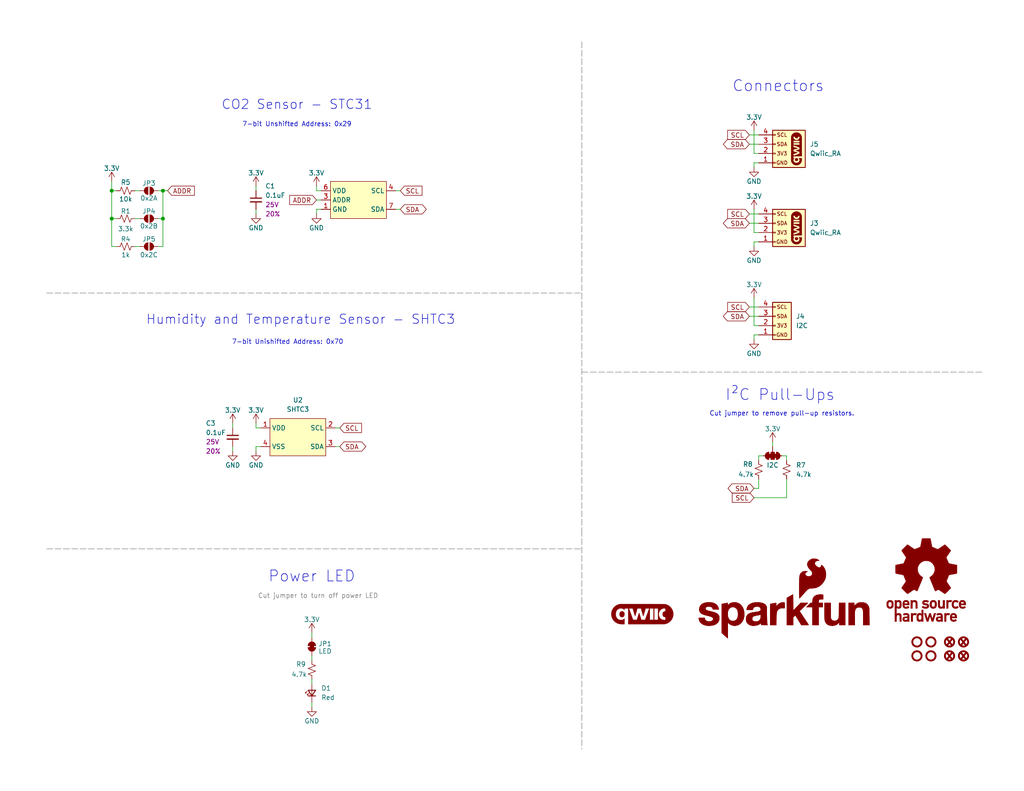
<source format=kicad_sch>
(kicad_sch (version 20250114) (generator "eeschema") (generator_version "9.0")
  (paper "USLetter")
  (title_block (title "SparkFun Ambient Light Sensor - VEML7700") (date "2025-04-24") (rev "v10") (company "SparkFun Electronics") (comment 1 "Original Design by: Paul Clark") (comment 2 "Designed by: Elias Santistevan"))
  (lib_symbols
    (symbol "SparkFun-Aesthetic:Fiducial_0.5mm"
      (symbol "Fiducial_0.5mm_1_1"
        (text "x" (at 0 0.254 0) (effects (font (size 2.5 2.5) (bold yes))))
      )
    )
    (symbol "SparkFun-Aesthetic:OSHW_Logo" (pin_names (offset 1.016)) (in_bom no))
    (symbol "SparkFun-Aesthetic:SparkFun_Logo" (pin_names (offset 1.016)) (on_board no))
    (symbol "SparkFun-Aesthetic:qwiic_Logo" (pin_names (offset 1.016)) (on_board no))
    (symbol "SparkFun-Capacitor:0.1uF_0603_25V_20%" (pin_numbers (hide yes)) (pin_names (offset 0.254))
      (property "Reference" "C" (at 0.635 2.54 0))
      (property "Value" "0.1uF" (at 0.635 -2.54 0))
      (property "Voltage" "25V" (at 0 -6.35 0))
      (property "Tolerance" "20%" (at 0 -8.89 0))
      (symbol "0.1uF_0603_25V_20%_1_1"
        (pin passive line (at 0 2.54 270) (length 2.032) (name "~") (number "1"))
        (pin passive line (at 0 -2.54 90) (length 2.032) (name "~") (number "2"))
      )
    )
    (symbol "SparkFun-Connector:I2C_01x04" (pin_names (offset 1.016) (hide yes))
      (property "Reference" "J" (at 0 5.08 0))
      (property "Value" "I2C" (at 0 -7.62 0))
      (symbol "I2C_01x04_1_1"
        (text "SCL" (at 1.27 2.54 0) (effects (font (size 1 1))))
        (text "SDA" (at 1.27 0 0) (effects (font (size 1 1))))
        (text "3V3" (at 1.27 -2.54 0) (effects (font (size 1 1))))
        (text "GND" (at 1.27 -5.08 0) (effects (font (size 1 1))))
        (pin passive line (at -5.08 2.54 0) (length 3.81) (name "Pin_4") (number "4"))
        (pin passive line (at -5.08 0 0) (length 3.81) (name "Pin_3") (number "3"))
        (pin passive line (at -5.08 -2.54 0) (length 3.81) (name "Pin_2") (number "2"))
        (pin passive line (at -5.08 -5.08 0) (length 3.81) (name "Pin_1") (number "1"))
      )
    )
    (symbol "SparkFun-Connector:Qwiic_Right_Angle" (pin_names (offset 1.016) (hide yes))
      (property "Reference" "J" (at 0 5.08 0))
      (property "Value" "Qwiic_RA" (at 0 -7.62 0))
      (symbol "Qwiic_Right_Angle_1_1"
        (text "SCL" (at 1.27 2.54 0) (effects (font (size 1 1))))
        (text "SDA" (at 1.27 0 0) (effects (font (size 1 1))))
        (text "3V3" (at 1.27 -2.54 0) (effects (font (size 1 1))))
        (text "GND" (at 1.27 -5.08 0) (effects (font (size 1 1))))
        (pin passive line (at -5.08 2.54 0) (length 3.81) (name "Pin_4") (number "4"))
        (pin passive line (at -5.08 0 0) (length 3.81) (name "Pin_3") (number "3"))
        (pin passive line (at -5.08 -2.54 0) (length 3.81) (name "Pin_2") (number "2"))
        (pin passive line (at -5.08 -5.08 0) (length 3.81) (name "Pin_1") (number "1"))
        (pin no_connect line (at 5.08 3.81 270) (length 2.54) (hide yes) (name "NC") (number "NC1"))
        (pin no_connect line (at 6.35 3.81 270) (length 2.54) (hide yes) (name "NC") (number "NC2"))
      )
    )
    (symbol "SparkFun-Hardware:Standoff")
    (symbol "SparkFun-Jumper:SolderJumper_2_Bridged" (pin_numbers (hide yes)) (pin_names (offset 0) (hide yes))
      (property "Reference" "JP" (at 0 2.032 0))
      (property "Value" "~" (at 0 -2.54 0))
      (symbol "SolderJumper_2_Bridged_1_1"
        (pin passive line (at -2.54 0 0) (length 1.27) (name "A") (number "1"))
        (pin passive line (at 2.54 0 180) (length 1.27) (name "B") (number "2"))
      )
    )
    (symbol "SparkFun-Jumper:SolderJumper_2_Open" (pin_numbers (hide yes)) (pin_names (offset 0) (hide yes))
      (property "Reference" "JP" (at 0 2.032 0))
      (property "Value" "~" (at 0 -2.54 0))
      (symbol "SolderJumper_2_Open_1_1"
        (pin passive line (at -2.54 0 0) (length 1.27) (name "A") (number "1"))
        (pin passive line (at 2.54 0 180) (length 1.27) (name "B") (number "2"))
      )
    )
    (symbol "SparkFun-Jumper:SolderJumper_3_Bridged123" (pin_numbers (hide yes)) (pin_names (offset 0) (hide yes))
      (property "Reference" "JP" (at 0 2.54 0))
      (property "Value" "~" (at 3.81 1.27 0))
      (symbol "SolderJumper_3_Bridged123_1_1"
        (pin passive line (at -2.54 0 0) (length 1.27) (name "A") (number "1"))
        (pin passive line (at 0 -2.54 90) (length 1.27) (name "B") (number "2"))
        (pin passive line (at 2.54 0 180) (length 1.27) (name "C") (number "3"))
      )
    )
    (symbol "SparkFun-LED:LED_Red_0603" (pin_numbers (hide yes)) (pin_names (offset 1.016) (hide yes))
      (property "Reference" "D" (at 0 2.54 0))
      (property "Value" "Red" (at 0 -2.54 0))
      (symbol "LED_Red_0603_1_1"
        (pin passive line (at -2.54 0 0) (length 1.778) (name "K") (number "1"))
        (pin passive line (at 2.54 0 180) (length 1.778) (name "A") (number "2"))
      )
    )
    (symbol "SparkFun-PowerSymbol:3.3V" (power) (pin_names (offset 0))
      (property "Value" "3.3V" (at 0 3.81 0))
      (symbol "3.3V_1_1"
        (pin power_in line (at 0 0 90) (length 0) (hide yes) (name "3.3V") (number "1"))
      )
    )
    (symbol "SparkFun-PowerSymbol:GND" (power) (pin_names (offset 0))
      (property "Value" "GND" (at 0 -3.81 0))
      (symbol "GND_1_1"
        (pin power_in line (at 0 0 270) (length 0) (hide yes) (name "GND") (number "1"))
      )
    )
    (symbol "SparkFun-Resistor:10k_0603" (pin_numbers (hide yes)) (pin_names (offset 0))
      (property "Reference" "R" (at 0 -2.54 0))
      (property "Value" "10k" (at 0 2.54 0))
      (symbol "10k_0603_1_1"
        (pin passive line (at -2.54 0 0) (length 1.016) (name "~") (number "1"))
        (pin passive line (at 2.54 0 180) (length 1.016) (name "~") (number "2"))
      )
    )
    (symbol "SparkFun-Resistor:1k_0603" (pin_numbers (hide yes)) (pin_names (offset 0))
      (property "Reference" "R" (at 0 -2.54 0))
      (property "Value" "1k" (at 0 2.54 0))
      (symbol "1k_0603_1_1"
        (pin passive line (at -2.54 0 0) (length 1.016) (name "~") (number "1"))
        (pin passive line (at 2.54 0 180) (length 1.016) (name "~") (number "2"))
      )
    )
    (symbol "SparkFun-Resistor:3.3k_0603" (pin_numbers (hide yes)) (pin_names (offset 0))
      (property "Reference" "R" (at 0 -2.54 0))
      (property "Value" "3.3k" (at 0 2.54 0))
      (symbol "3.3k_0603_1_1"
        (pin passive line (at -2.54 0 0) (length 1.016) (name "~") (number "1"))
        (pin passive line (at 2.54 0 180) (length 1.016) (name "~") (number "2"))
      )
    )
    (symbol "SparkFun-Resistor:4.7k_0603" (pin_numbers (hide yes)) (pin_names (offset 0))
      (property "Reference" "R" (at 0 -2.54 0))
      (property "Value" "4.7k" (at 0 2.54 0))
      (symbol "4.7k_0603_1_1"
        (pin passive line (at -2.54 0 0) (length 1.016) (name "~") (number "1"))
        (pin passive line (at 2.54 0 180) (length 1.016) (name "~") (number "2"))
      )
    )
    (symbol "SparkFun-Sensor:SHTC3"
      (property "Reference" "U" (at 0 5.842 0))
      (property "Value" "SHTC3" (at 0 -7.874 0))
      (symbol "SHTC3_1_0"
        (pin bidirectional line (at -10.16 2.54 0) (length 2.54) (name "VDD") (number "1"))
        (pin bidirectional line (at -10.16 -2.54 0) (length 2.54) (name "VSS") (number "4"))
        (pin bidirectional line (at 10.16 2.54 180) (length 2.54) (name "SCL") (number "2"))
        (pin bidirectional line (at 10.16 -2.54 180) (length 2.54) (name "SDA") (number "3"))
      )
    )
    (symbol "SparkFun-Sensor:STC31"
      (symbol "STC31_1_0"
        (pin power_in line (at -10.16 2.54 0) (length 2.54) (name "VDD") (number "6"))
        (pin bidirectional line (at -10.16 0 0) (length 2.54) (name "ADDR") (number "3"))
        (pin power_in line (at -10.16 -2.54 0) (length 2.54) (name "GND") (number "1"))
        (pin power_in line (at -10.16 -2.54 0) (length 2.54) (hide yes) (name "GND") (number "11"))
        (pin power_in line (at -10.16 -2.54 0) (length 2.54) (hide yes) (name "GND") (number "5"))
        (pin power_in line (at -10.16 -2.54 0) (length 2.54) (hide yes) (name "GND") (number "9"))
        (pin bidirectional line (at 10.16 2.54 180) (length 2.54) (name "SCL") (number "4"))
        (pin bidirectional line (at 10.16 -2.54 180) (length 2.54) (name "SDA") (number "7"))
      )
    )
  )
  (text "7-bit Unishifted Address: 0x70" (at 78.486 93.472 0) (effects (font (size 1.27 1.27))))
  (text "CO2 Sensor - STC31" (at 81.026 28.702 0) (effects (font (size 2.54 2.54))))
  (text "7-bit Unshifted Address: 0x29" (at 81.026 34.036 0) (effects (font (size 1.27 1.27))))
  (text "Humidity and Temperature Sensor - SHTC3" (at 82.042 87.376 0) (effects (font (size 2.54 2.54))))
  (text "I²C Pull-Ups" (at 212.852 107.95 0) (effects (font (size 3 3))))
  (text "Cut jumper to turn off power LED" (at 70.358 163.576 0) (effects (font (size 1.27 1.27)) (justify left bottom)))
  (text "Cut jumper to remove pull-up resistors.\n" (at 213.36 113.03 0) (effects (font (size 1.27 1.27))))
  (text "Power LED" (at 85.09 157.48 0) (effects (font (size 3 3))))
  (text "Connectors" (at 212.344 23.622 0) (effects (font (size 3 3))))
  (junction (at 44.45 59.69))
  (junction (at 30.48 59.69))
  (junction (at 30.48 52.07))
  (junction (at 44.45 52.07))
  (wire (pts (xy 38.1 52.07) (xy 36.83 52.07)))
  (wire (pts (xy 210.82 120.65) (xy 210.82 121.92)))
  (wire (pts (xy 214.63 124.46) (xy 213.36 124.46)))
  (wire (pts (xy 207.01 63.5) (xy 205.74 63.5)))
  (wire (pts (xy 204.47 86.36) (xy 207.01 86.36)))
  (wire (pts (xy 205.74 57.15) (xy 205.74 63.5)))
  (wire (pts (xy 207.01 44.45) (xy 205.74 44.45)))
  (wire (pts (xy 86.36 52.07) (xy 87.63 52.07)))
  (wire (pts (xy 207.01 124.46) (xy 208.28 124.46)))
  (wire (pts (xy 69.85 116.84) (xy 69.85 115.57)))
  (wire (pts (xy 30.48 59.69) (xy 31.75 59.69)))
  (wire (pts (xy 205.74 133.35) (xy 207.01 133.35)))
  (wire (pts (xy 43.18 67.31) (xy 44.45 67.31)))
  (wire (pts (xy 30.48 59.69) (xy 30.48 67.31)))
  (wire (pts (xy 85.09 185.42) (xy 85.09 186.69)))
  (wire (pts (xy 86.36 57.15) (xy 86.36 58.42)))
  (wire (pts (xy 214.63 124.46) (xy 214.63 125.73)))
  (wire (pts (xy 44.45 52.07) (xy 45.72 52.07)))
  (polyline (pts (xy 12.7 80.01) (xy 158.75 80.01)) (stroke (width 0) (type dash) (color 132 132 132 1)))
  (wire (pts (xy 204.47 58.42) (xy 207.01 58.42)))
  (wire (pts (xy 204.47 39.37) (xy 207.01 39.37)))
  (wire (pts (xy 207.01 41.91) (xy 205.74 41.91)))
  (wire (pts (xy 44.45 52.07) (xy 44.45 59.69)))
  (wire (pts (xy 207.01 130.81) (xy 207.01 133.35)))
  (wire (pts (xy 207.01 91.44) (xy 205.74 91.44)))
  (wire (pts (xy 205.74 91.44) (xy 205.74 92.71)))
  (wire (pts (xy 85.09 191.77) (xy 85.09 193.04)))
  (wire (pts (xy 204.47 60.96) (xy 207.01 60.96)))
  (wire (pts (xy 38.1 67.31) (xy 36.83 67.31)))
  (wire (pts (xy 30.48 67.31) (xy 31.75 67.31)))
  (wire (pts (xy 207.01 88.9) (xy 205.74 88.9)))
  (wire (pts (xy 205.74 66.04) (xy 205.74 67.31)))
  (wire (pts (xy 69.85 121.92) (xy 69.85 123.19)))
  (polyline (pts (xy 158.75 101.6) (xy 267.97 101.6)) (stroke (width 0) (type dash) (color 132 132 132 1)))
  (wire (pts (xy 204.47 83.82) (xy 207.01 83.82)))
  (wire (pts (xy 43.18 52.07) (xy 44.45 52.07)))
  (wire (pts (xy 85.09 180.34) (xy 85.09 179.07)))
  (wire (pts (xy 86.36 50.8) (xy 86.36 52.07)))
  (wire (pts (xy 205.74 81.28) (xy 205.74 88.9)))
  (wire (pts (xy 69.85 50.8) (xy 69.85 52.07)))
  (wire (pts (xy 43.18 59.69) (xy 44.45 59.69)))
  (wire (pts (xy 71.12 116.84) (xy 69.85 116.84)))
  (wire (pts (xy 63.5 123.19) (xy 63.5 121.92)))
  (polyline (pts (xy 158.75 11.43) (xy 158.75 144.78)) (stroke (width 0) (type dash) (color 132 132 132 1)))
  (wire (pts (xy 86.36 57.15) (xy 87.63 57.15)))
  (wire (pts (xy 91.44 116.84) (xy 92.71 116.84)))
  (wire (pts (xy 107.95 57.15) (xy 109.22 57.15)))
  (wire (pts (xy 207.01 66.04) (xy 205.74 66.04)))
  (wire (pts (xy 107.95 52.07) (xy 109.22 52.07)))
  (wire (pts (xy 86.36 54.61) (xy 87.63 54.61)))
  (wire (pts (xy 205.74 135.89) (xy 214.63 135.89)))
  (wire (pts (xy 30.48 52.07) (xy 30.48 59.69)))
  (wire (pts (xy 85.09 172.72) (xy 85.09 173.99)))
  (wire (pts (xy 204.47 36.83) (xy 207.01 36.83)))
  (wire (pts (xy 44.45 67.31) (xy 44.45 59.69)))
  (wire (pts (xy 30.48 52.07) (xy 31.75 52.07)))
  (polyline (pts (xy 158.75 144.78) (xy 158.75 204.47)) (stroke (width 0) (type dash) (color 132 132 132 1)))
  (wire (pts (xy 205.74 35.56) (xy 205.74 41.91)))
  (polyline (pts (xy 12.7 149.86) (xy 158.75 149.86)) (stroke (width 0) (type dash) (color 132 132 132 1)))
  (wire (pts (xy 205.74 44.45) (xy 205.74 45.72)))
  (wire (pts (xy 30.48 49.53) (xy 30.48 52.07)))
  (wire (pts (xy 63.5 115.57) (xy 63.5 116.84)))
  (wire (pts (xy 69.85 58.42) (xy 69.85 57.15)))
  (wire (pts (xy 207.01 125.73) (xy 207.01 124.46)))
  (wire (pts (xy 38.1 59.69) (xy 36.83 59.69)))
  (wire (pts (xy 71.12 121.92) (xy 69.85 121.92)))
  (wire (pts (xy 91.44 121.92) (xy 92.71 121.92)))
  (wire (pts (xy 214.63 130.81) (xy 214.63 135.89)))
  (global_label "SCL" (shape input) (at 204.47 36.83 180) (property "Intersheetrefs" "${INTERSHEET_REFS}" (effects (hide yes))))
  (global_label "SDA" (shape bidirectional) (at 204.47 60.96 180) (property "Intersheetrefs" "${INTERSHEET_REFS}" (effects (hide yes))))
  (global_label "SCL" (shape input) (at 109.22 52.07 0) (property "Intersheetrefs" "${INTERSHEET_REFS}" (effects (hide yes))))
  (global_label "ADDR" (shape input) (at 45.72 52.07 0) (property "Intersheetrefs" "${INTERSHEET_REFS}" (effects (hide yes))))
  (global_label "SDA" (shape bidirectional) (at 204.47 86.36 180) (property "Intersheetrefs" "${INTERSHEET_REFS}" (effects (hide yes))))
  (global_label "SDA" (shape bidirectional) (at 109.22 57.15 0) (property "Intersheetrefs" "${INTERSHEET_REFS}" (effects (hide yes))))
  (global_label "SDA" (shape bidirectional) (at 92.71 121.92 0) (property "Intersheetrefs" "${INTERSHEET_REFS}" (effects (hide yes))))
  (global_label "SCL" (shape input) (at 205.74 135.89 180) (property "Intersheetrefs" "${INTERSHEET_REFS}" (effects (hide yes))))
  (global_label "SCL" (shape input) (at 92.71 116.84 0) (property "Intersheetrefs" "${INTERSHEET_REFS}" (effects (hide yes))))
  (global_label "SCL" (shape input) (at 204.47 83.82 180) (property "Intersheetrefs" "${INTERSHEET_REFS}" (effects (hide yes))))
  (global_label "SCL" (shape input) (at 204.47 58.42 180) (property "Intersheetrefs" "${INTERSHEET_REFS}" (effects (hide yes))))
  (global_label "SDA" (shape bidirectional) (at 205.74 133.35 180) (property "Intersheetrefs" "${INTERSHEET_REFS}" (effects (hide yes))))
  (global_label "ADDR" (shape input) (at 86.36 54.61 180) (property "Intersheetrefs" "${INTERSHEET_REFS}" (effects (hide yes))))
  (global_label "SDA" (shape bidirectional) (at 204.47 39.37 180) (property "Intersheetrefs" "${INTERSHEET_REFS}" (effects (hide yes))))
  (symbol (lib_id "SparkFun-Resistor:10k_0603") (at 34.29 52.07 0) (unit 1)
    (property "Reference" "R5" (at 34.29 49.784 0))
    (property "Value" "10k" (at 34.29 54.356 0))
    (property "Footprint" "SparkFun-Resistor:R_0603_1608Metric" (effects (hide yes)))
    (property "Datasheet" "https://www.vishay.com/docs/20035/dcrcwe3.pdf" (effects (hide yes)))
    (property "Description" "Resistor" (effects (hide yes)))
    (property "PROD_ID" "RES-00824" (effects (hide yes)))
  )
  (symbol (lib_id "SparkFun-Hardware:Standoff") (at 250.19 179.07 0) (unit 1)
    (property "Reference" "ST4" (effects (hide yes)))
    (property "Value" "Standoff" (effects (hide yes)))
    (property "Footprint" "SparkFun-Hardware:Standoff" (effects (hide yes)))
    (property "Description" "Drill holes for mechanically mounting via screws, standoffs, etc." (effects (hide yes)))
  )
  (symbol (lib_id "SparkFun-Aesthetic:SparkFun_Logo") (at 213.36 167.64 0) (unit 1) (on_board no)
    (property "Reference" "G2" (effects (hide yes)))
    (property "Value" "SparkFun_Logo" (effects (hide yes)))
    (property "Footprint" "SparkFun-Aesthetic:SparkFun_Logo_8mm" (effects (hide yes)))
  )
  (symbol (lib_id "SparkFun-Connector:Qwiic_Right_Angle") (at 212.09 60.96 0) (unit 1)
    (property "Reference" "J3" (at 220.98 60.9599 0) (effects (justify left)))
    (property "Value" "Qwiic_RA" (at 220.98 63.4999 0) (effects (justify left)))
    (property "Footprint" "SparkFun-Connector:JST_SMD_1.0mm-4_Black" (effects (hide yes)))
    (property "Datasheet" "https://www.jst-mfg.com/product/pdf/eng/eSH.pdf" (effects (hide yes)))
    (property "Description" "4 pin JST 1mm polarized connector for I2C" (effects (hide yes)))
    (property "PROD_ID" "CONN-13694" (effects (hide yes)))
  )
  (symbol (lib_id "SparkFun-PowerSymbol:GND") (at 69.85 58.42 0) (unit 1)
    (property "Reference" "#PWR0117" (effects (hide yes)))
    (property "Value" "GND" (at 69.85 62.23 0))
    (property "Description" "Power symbol creates a global label with name \"GND\" , ground" (effects (hide yes)))
  )
  (symbol (lib_id "SparkFun-Sensor:STC31") (at 97.79 54.61 0) (unit 1)
    (property "Reference" "U1" (effects (hide yes)))
    (property "Value" "STC31" (effects (hide yes)))
    (property "Footprint" "SparkFun-Sensor:STC31" (effects (hide yes)))
    (property "Datasheet" "https://sensirion.com/media/documents/7B1D0EA7/61652CD0/Sensirion_Thermal_Conductivity_Datasheet_STC31_D1_1.pdf" (effects (hide yes)))
    (property "Description" "The STC3x sensor family is Sensirion’s series of Gas Concentration sensors designed for high-volume applications" (effects (hide yes)))
    (property "PROD_ID" "IC-16076" (effects (hide yes)))
  )
  (symbol (lib_id "SparkFun-PowerSymbol:3.3V") (at 30.48 49.53 0) (unit 1)
    (property "Reference" "#PWR0110" (effects (hide yes)))
    (property "Value" "3.3V" (at 30.48 45.974 0))
    (property "Description" "Power symbol creates a global label with name \"3.3V\"" (effects (hide yes)))
  )
  (symbol (lib_id "SparkFun-Aesthetic:Fiducial_0.5mm") (at 262.89 175.26 0) (unit 1)
    (property "Reference" "FID3" (effects (hide yes)))
    (property "Value" "Fiducial_0.5mm" (effects (hide yes)))
    (property "Footprint" "SparkFun-Aesthetic:Fiducial_0.5mm_Mask1mm" (effects (hide yes)))
    (property "Description" "Fiducial Marker" (effects (hide yes)))
  )
  (symbol (lib_id "SparkFun-Sensor:SHTC3") (at 81.28 119.38 0) (unit 1)
    (property "Reference" "U2" (at 81.28 109.22 0) (effects (font (thickness 0.1588))))
    (property "Value" "SHTC3" (at 81.28 111.76 0) (effects (font (thickness 0.1588))))
    (property "Footprint" "SparkFun-Sensor:SHTC3" (effects (hide yes)))
    (property "Datasheet" "https://sensirion.com/media/documents/643F9C8E/63A5A436/Datasheet_SHTC3.pdf" (effects (hide yes)))
    (property "Description" "The SHTC3 is a digital humidity and temperature sensor designed especially for battery-driven high-volume consumer electronics applications" (effects (hide yes)))
    (property "PROD_ID" "IC-14840" (effects (hide yes)))
  )
  (symbol (lib_id "SparkFun-Aesthetic:Fiducial_0.5mm") (at 262.89 179.07 0) (unit 1)
    (property "Reference" "FID4" (effects (hide yes)))
    (property "Value" "Fiducial_0.5mm" (effects (hide yes)))
    (property "Footprint" "SparkFun-Aesthetic:Fiducial_0.5mm_Mask1mm" (effects (hide yes)))
    (property "Description" "Fiducial Marker" (effects (hide yes)))
  )
  (symbol (lib_id "SparkFun-Resistor:4.7k_0603") (at 207.01 128.27 270) (unit 1)
    (property "Reference" "R8" (at 202.692 126.746 90) (effects (justify left)))
    (property "Value" "4.7k" (at 201.422 129.54 90) (effects (justify left)))
    (property "Footprint" "SparkFun-Resistor:R_0603_1608Metric" (effects (hide yes)))
    (property "Datasheet" "https://www.vishay.com/docs/20035/dcrcwe3.pdf" (effects (hide yes)))
    (property "Description" "Resistor" (effects (hide yes)))
    (property "PROD_ID" "RES-07857" (effects (hide yes)))
  )
  (symbol (lib_id "SparkFun-Connector:Qwiic_Right_Angle") (at 212.09 39.37 0) (unit 1)
    (property "Reference" "J5" (at 220.98 39.3699 0) (effects (justify left)))
    (property "Value" "Qwiic_RA" (at 220.98 41.9099 0) (effects (justify left)))
    (property "Footprint" "SparkFun-Connector:JST_SMD_1.0mm-4_Black" (effects (hide yes)))
    (property "Datasheet" "https://www.jst-mfg.com/product/pdf/eng/eSH.pdf" (effects (hide yes)))
    (property "Description" "4 pin JST 1mm polarized connector for I2C" (effects (hide yes)))
    (property "PROD_ID" "CONN-13694" (effects (hide yes)))
  )
  (symbol (lib_id "SparkFun-Jumper:SolderJumper_2_Open") (at 40.64 67.31 0) (unit 1)
    (property "Reference" "JP5" (at 40.64 65.278 0))
    (property "Value" "0x2C" (at 40.64 69.596 0))
    (property "Footprint" "SparkFun-Jumper:Jumper_2_NO" (effects (hide yes)))
    (property "Description" "Solder Jumper, 2-pole, open" (effects (hide yes)))
  )
  (symbol (lib_id "SparkFun-PowerSymbol:GND") (at 205.74 92.71 0) (unit 1)
    (property "Reference" "#PWR0107" (effects (hide yes)))
    (property "Value" "GND" (at 205.74 96.52 0))
    (property "Description" "Power symbol creates a global label with name \"GND\" , ground" (effects (hide yes)))
  )
  (symbol (lib_id "SparkFun-LED:LED_Red_0603") (at 85.09 189.23 90) (unit 1)
    (property "Reference" "D1" (at 87.63 187.8964 90) (effects (justify right)))
    (property "Value" "Red" (at 87.63 190.4364 90) (effects (justify right)))
    (property "Footprint" "SparkFun-LED:LED_0603_1608Metric_Red" (effects (hide yes)))
    (property "Datasheet" "https://docs.broadcom.com/docs/AV02-0551EN" (effects (hide yes)))
    (property "Description" "Light emitting diode" (effects (hide yes)))
    (property "PROD_ID" "DIO-17976" (effects (hide yes)))
  )
  (symbol (lib_id "SparkFun-Hardware:Standoff") (at 254 179.07 0) (unit 1)
    (property "Reference" "ST2" (effects (hide yes)))
    (property "Value" "Standoff" (effects (hide yes)))
    (property "Footprint" "SparkFun-Hardware:Standoff" (effects (hide yes)))
    (property "Description" "Drill holes for mechanically mounting via screws, standoffs, etc." (effects (hide yes)))
  )
  (symbol (lib_id "SparkFun-Resistor:3.3k_0603") (at 34.29 59.69 0) (unit 1)
    (property "Reference" "R1" (at 34.29 57.658 0))
    (property "Value" "3.3k" (at 34.29 62.484 0))
    (property "Footprint" "SparkFun-Resistor:R_0603_1608Metric" (effects (hide yes)))
    (property "Datasheet" "https://www.vishay.com/docs/20035/dcrcwe3.pdf" (effects (hide yes)))
    (property "Description" "Resistor" (effects (hide yes)))
    (property "PROD_ID" "RES-07851" (effects (hide yes)))
  )
  (symbol (lib_id "SparkFun-Jumper:SolderJumper_3_Bridged123") (at 210.82 124.46 180) (unit 1)
    (property "Reference" "JP2" (effects (hide yes)))
    (property "Value" "I2C" (at 210.82 127 0))
    (property "Footprint" "SparkFun-Jumper:Jumper_3_NC-2_Trace" (effects (hide yes)))
    (property "Description" "Solder Jumper, 3-pole, pins 1+2+3 closed/bridged" (effects (hide yes)))
  )
  (symbol (lib_id "SparkFun-Aesthetic:OSHW_Logo") (at 252.73 162.56 0) (unit 1) (in_bom no)
    (property "Reference" "G4" (effects (hide yes)))
    (property "Value" "OSHW_Logo" (effects (hide yes)))
    (property "Footprint" "SparkFun-Aesthetic:Creative_Commons_License" (effects (hide yes)))
  )
  (symbol (lib_id "SparkFun-Hardware:Standoff") (at 250.19 175.26 0) (unit 1)
    (property "Reference" "ST3" (effects (hide yes)))
    (property "Value" "Standoff" (effects (hide yes)))
    (property "Footprint" "SparkFun-Hardware:Standoff" (effects (hide yes)))
    (property "Description" "Drill holes for mechanically mounting via screws, standoffs, etc." (effects (hide yes)))
  )
  (symbol (lib_id "SparkFun-Jumper:SolderJumper_2_Open") (at 40.64 59.69 0) (unit 1)
    (property "Reference" "JP4" (at 40.64 57.658 0))
    (property "Value" "0x2B" (at 40.64 61.722 0))
    (property "Footprint" "SparkFun-Jumper:Jumper_2_NO" (effects (hide yes)))
    (property "Description" "Solder Jumper, 2-pole, open" (effects (hide yes)))
  )
  (symbol (lib_id "SparkFun-PowerSymbol:GND") (at 205.74 45.72 0) (unit 1)
    (property "Reference" "#PWR0123" (effects (hide yes)))
    (property "Value" "GND" (at 205.74 49.53 0))
    (property "Description" "Power symbol creates a global label with name \"GND\" , ground" (effects (hide yes)))
  )
  (symbol (lib_id "SparkFun-Connector:I2C_01x04") (at 212.09 86.36 0) (unit 1)
    (property "Reference" "J4" (at 217.17 86.3599 0) (effects (justify left)))
    (property "Value" "I2C" (at 217.17 88.8999 0) (effects (justify left)))
    (property "Footprint" "SparkFun-Connector:1x04" (effects (hide yes)))
    (property "Description" "Coomon 4 pin PTH connector for I2C" (effects (hide yes)))
  )
  (symbol (lib_id "SparkFun-PowerSymbol:3.3V") (at 69.85 50.8 0) (unit 1)
    (property "Reference" "#PWR0112" (effects (hide yes)))
    (property "Value" "3.3V" (at 69.85 47.244 0))
    (property "Description" "Power symbol creates a global label with name \"3.3V\"" (effects (hide yes)))
  )
  (symbol (lib_id "SparkFun-PowerSymbol:3.3V") (at 86.36 50.8 0) (unit 1)
    (property "Reference" "#PWR0109" (effects (hide yes)))
    (property "Value" "3.3V" (at 86.36 47.244 0))
    (property "Description" "Power symbol creates a global label with name \"3.3V\"" (effects (hide yes)))
  )
  (symbol (lib_id "SparkFun-PowerSymbol:GND") (at 205.74 67.31 0) (unit 1)
    (property "Reference" "#PWR0105" (effects (hide yes)))
    (property "Value" "GND" (at 205.74 71.12 0))
    (property "Description" "Power symbol creates a global label with name \"GND\" , ground" (effects (hide yes)))
  )
  (symbol (lib_id "SparkFun-Hardware:Standoff") (at 254 175.26 0) (unit 1)
    (property "Reference" "ST1" (effects (hide yes)))
    (property "Value" "Standoff" (effects (hide yes)))
    (property "Footprint" "SparkFun-Hardware:Standoff" (effects (hide yes)))
    (property "Description" "Drill holes for mechanically mounting via screws, standoffs, etc." (effects (hide yes)))
  )
  (symbol (lib_id "SparkFun-Resistor:4.7k_0603") (at 85.09 182.88 270) (unit 1)
    (property "Reference" "R9" (at 80.772 181.356 90) (effects (justify left)))
    (property "Value" "4.7k" (at 79.502 184.15 90) (effects (justify left)))
    (property "Footprint" "SparkFun-Resistor:R_0603_1608Metric" (effects (hide yes)))
    (property "Datasheet" "https://www.vishay.com/docs/20035/dcrcwe3.pdf" (effects (hide yes)))
    (property "Description" "Resistor" (effects (hide yes)))
    (property "PROD_ID" "RES-07857" (effects (hide yes)))
  )
  (symbol (lib_id "SparkFun-PowerSymbol:3.3V") (at 85.09 172.72 0) (unit 1)
    (property "Reference" "#PWR010" (effects (hide yes)))
    (property "Value" "3.3V" (at 85.09 169.164 0))
    (property "Description" "Power symbol creates a global label with name \"3.3V\"" (effects (hide yes)))
  )
  (symbol (lib_id "SparkFun-Jumper:SolderJumper_2_Open") (at 40.64 52.07 0) (unit 1)
    (property "Reference" "JP3" (at 40.64 50.038 0))
    (property "Value" "0x2A" (at 40.64 54.102 0))
    (property "Footprint" "SparkFun-Jumper:Jumper_2_NO" (effects (hide yes)))
    (property "Description" "Solder Jumper, 2-pole, open" (effects (hide yes)))
  )
  (symbol (lib_id "SparkFun-PowerSymbol:GND") (at 69.85 123.19 0) (unit 1)
    (property "Reference" "#PWR0113" (effects (hide yes)))
    (property "Value" "GND" (at 69.85 127 0))
    (property "Description" "Power symbol creates a global label with name \"GND\" , ground" (effects (hide yes)))
  )
  (symbol (lib_id "SparkFun-PowerSymbol:3.3V") (at 63.5 115.57 0) (unit 1)
    (property "Reference" "#PWR0115" (effects (hide yes)))
    (property "Value" "3.3V" (at 63.5 112.014 0))
    (property "Description" "Power symbol creates a global label with name \"3.3V\"" (effects (hide yes)))
  )
  (symbol (lib_id "SparkFun-PowerSymbol:3.3V") (at 205.74 81.28 0) (unit 1)
    (property "Reference" "#PWR0106" (effects (hide yes)))
    (property "Value" "3.3V" (at 205.74 77.724 0))
    (property "Description" "Power symbol creates a global label with name \"3.3V\"" (effects (hide yes)))
  )
  (symbol (lib_id "SparkFun-Aesthetic:SparkFun_Logo") (at 213.36 167.64 0) (unit 1) (on_board no)
    (property "Reference" "G3" (effects (hide yes)))
    (property "Value" "SparkFun_Logo" (effects (hide yes)))
  )
  (symbol (lib_id "SparkFun-Aesthetic:Fiducial_0.5mm") (at 259.08 175.26 0) (unit 1)
    (property "Reference" "FID1" (effects (hide yes)))
    (property "Value" "Fiducial_0.5mm" (effects (hide yes)))
    (property "Footprint" "SparkFun-Aesthetic:Fiducial_0.5mm_Mask1mm" (effects (hide yes)))
    (property "Description" "Fiducial Marker" (effects (hide yes)))
  )
  (symbol (lib_id "SparkFun-Jumper:SolderJumper_2_Bridged") (at 85.09 176.53 90) (unit 1)
    (property "Reference" "JP1" (at 86.868 175.768 90) (effects (justify right)))
    (property "Value" "LED" (at 86.868 177.8 90) (effects (justify right)))
    (property "Footprint" "SparkFun-Jumper:Jumper_2_NC_Trace" (effects (hide yes)))
    (property "Description" "Solder Jumper, 2-pole, closed/bridged" (effects (hide yes)))
  )
  (symbol (lib_id "SparkFun-PowerSymbol:3.3V") (at 205.74 57.15 0) (unit 1)
    (property "Reference" "#PWR0108" (effects (hide yes)))
    (property "Value" "3.3V" (at 205.74 53.594 0))
    (property "Description" "Power symbol creates a global label with name \"3.3V\"" (effects (hide yes)))
  )
  (symbol (lib_id "SparkFun-PowerSymbol:GND") (at 63.5 123.19 0) (unit 1)
    (property "Reference" "#PWR0116" (effects (hide yes)))
    (property "Value" "GND" (at 63.5 127 0))
    (property "Description" "Power symbol creates a global label with name \"GND\" , ground" (effects (hide yes)))
  )
  (symbol (lib_id "SparkFun-PowerSymbol:3.3V") (at 69.85 115.57 0) (unit 1)
    (property "Reference" "#PWR0114" (effects (hide yes)))
    (property "Value" "3.3V" (at 69.85 112.014 0))
    (property "Description" "Power symbol creates a global label with name \"3.3V\"" (effects (hide yes)))
  )
  (symbol (lib_id "SparkFun-Aesthetic:qwiic_Logo") (at 175.26 167.64 0) (unit 1) (on_board no)
    (property "Reference" "G1" (effects (hide yes)))
    (property "Value" "qwiic_Logo" (effects (hide yes)))
  )
  (symbol (lib_id "SparkFun-Resistor:4.7k_0603") (at 214.63 128.27 90) (unit 1)
    (property "Reference" "R7" (at 217.17 126.9999 90) (effects (justify right)))
    (property "Value" "4.7k" (at 217.17 129.5399 90) (effects (justify right)))
    (property "Footprint" "SparkFun-Resistor:R_0603_1608Metric" (effects (hide yes)))
    (property "Datasheet" "https://www.vishay.com/docs/20035/dcrcwe3.pdf" (effects (hide yes)))
    (property "Description" "Resistor" (effects (hide yes)))
    (property "PROD_ID" "RES-07857" (effects (hide yes)))
  )
  (symbol (lib_id "SparkFun-Capacitor:0.1uF_0603_25V_20%") (at 63.5 119.38 0) (unit 1)
    (property "Reference" "C3" (at 56.134 115.57 0) (effects (justify left)))
    (property "Value" "0.1uF" (at 56.134 118.11 0) (effects (justify left)))
    (property "Footprint" "SparkFun-Capacitor:C_0603_1608Metric" (effects (hide yes)))
    (property "Datasheet" "https://cdn.sparkfun.com/assets/8/a/4/a/5/Kemet_Capacitor_Datasheet.pdf" (effects (hide yes)))
    (property "Description" "Unpolarized capacitor" (effects (hide yes)))
    (property "PROD_ID" "CAP-00810" (effects (hide yes)))
    (property "Voltage" "25V" (at 56.134 120.65 0) (effects (justify left)))
    (property "Tolerance" "20%" (at 56.134 123.19 0) (effects (justify left)))
  )
  (symbol (lib_id "SparkFun-PowerSymbol:GND") (at 86.36 58.42 0) (unit 1)
    (property "Reference" "#PWR0111" (effects (hide yes)))
    (property "Value" "GND" (at 86.36 62.23 0))
    (property "Description" "Power symbol creates a global label with name \"GND\" , ground" (effects (hide yes)))
  )
  (symbol (lib_id "SparkFun-PowerSymbol:3.3V") (at 210.82 120.65 0) (unit 1)
    (property "Reference" "#PWR0104" (effects (hide yes)))
    (property "Value" "3.3V" (at 210.82 117.094 0))
    (property "Description" "Power symbol creates a global label with name \"3.3V\"" (effects (hide yes)))
  )
  (symbol (lib_id "SparkFun-Resistor:1k_0603") (at 34.29 67.31 0) (unit 1)
    (property "Reference" "R4" (at 34.29 65.278 0))
    (property "Value" "1k" (at 34.29 69.596 0))
    (property "Footprint" "SparkFun-Resistor:R_0603_1608Metric" (effects (hide yes)))
    (property "Datasheet" "https://www.vishay.com/docs/20035/dcrcwe3.pdf" (effects (hide yes)))
    (property "Description" "Resistor" (effects (hide yes)))
    (property "PROD_ID" "RES-07856" (effects (hide yes)))
  )
  (symbol (lib_id "SparkFun-PowerSymbol:3.3V") (at 205.74 35.56 0) (unit 1)
    (property "Reference" "#PWR0124" (effects (hide yes)))
    (property "Value" "3.3V" (at 205.74 32.004 0))
    (property "Description" "Power symbol creates a global label with name \"3.3V\"" (effects (hide yes)))
  )
  (symbol (lib_id "SparkFun-PowerSymbol:GND") (at 85.09 193.04 0) (unit 1)
    (property "Reference" "#PWR0122" (effects (hide yes)))
    (property "Value" "GND" (at 85.09 196.85 0))
    (property "Description" "Power symbol creates a global label with name \"GND\" , ground" (effects (hide yes)))
  )
  (symbol (lib_id "SparkFun-Aesthetic:Fiducial_0.5mm") (at 259.08 179.07 0) (unit 1)
    (property "Reference" "FID2" (effects (hide yes)))
    (property "Value" "Fiducial_0.5mm" (effects (hide yes)))
    (property "Footprint" "SparkFun-Aesthetic:Fiducial_0.5mm_Mask1mm" (effects (hide yes)))
    (property "Description" "Fiducial Marker" (effects (hide yes)))
  )
  (symbol (lib_id "SparkFun-Capacitor:0.1uF_0603_25V_20%") (at 69.85 54.61 0) (unit 1)
    (property "Reference" "C1" (at 72.39 50.8062 0) (effects (justify left)))
    (property "Value" "0.1uF" (at 72.39 53.3462 0) (effects (justify left)))
    (property "Footprint" "SparkFun-Capacitor:C_0603_1608Metric" (effects (hide yes)))
    (property "Datasheet" "https://cdn.sparkfun.com/assets/8/a/4/a/5/Kemet_Capacitor_Datasheet.pdf" (effects (hide yes)))
    (property "Description" "Unpolarized capacitor" (effects (hide yes)))
    (property "PROD_ID" "CAP-00810" (effects (hide yes)))
    (property "Voltage" "25V" (at 72.39 55.8862 0) (effects (justify left)))
    (property "Tolerance" "20%" (at 72.39 58.4262 0) (effects (justify left)))
  )
)
</source>
